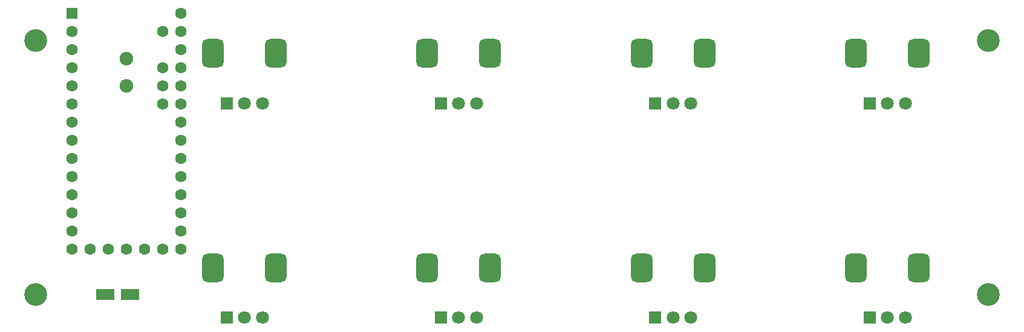
<source format=gbr>
%TF.GenerationSoftware,KiCad,Pcbnew,(6.0.10-0)*%
%TF.CreationDate,2023-01-22T14:07:56+10:30*%
%TF.ProjectId,16p,3136702e-6b69-4636-9164-5f7063625858,rev?*%
%TF.SameCoordinates,Original*%
%TF.FileFunction,Soldermask,Top*%
%TF.FilePolarity,Negative*%
%FSLAX46Y46*%
G04 Gerber Fmt 4.6, Leading zero omitted, Abs format (unit mm)*
G04 Created by KiCad (PCBNEW (6.0.10-0)) date 2023-01-22 14:07:56*
%MOMM*%
%LPD*%
G01*
G04 APERTURE LIST*
G04 Aperture macros list*
%AMRoundRect*
0 Rectangle with rounded corners*
0 $1 Rounding radius*
0 $2 $3 $4 $5 $6 $7 $8 $9 X,Y pos of 4 corners*
0 Add a 4 corners polygon primitive as box body*
4,1,4,$2,$3,$4,$5,$6,$7,$8,$9,$2,$3,0*
0 Add four circle primitives for the rounded corners*
1,1,$1+$1,$2,$3*
1,1,$1+$1,$4,$5*
1,1,$1+$1,$6,$7*
1,1,$1+$1,$8,$9*
0 Add four rect primitives between the rounded corners*
20,1,$1+$1,$2,$3,$4,$5,0*
20,1,$1+$1,$4,$5,$6,$7,0*
20,1,$1+$1,$6,$7,$8,$9,0*
20,1,$1+$1,$8,$9,$2,$3,0*%
G04 Aperture macros list end*
%ADD10R,1.800000X1.800000*%
%ADD11C,1.800000*%
%ADD12RoundRect,0.750000X0.750000X-1.250000X0.750000X1.250000X-0.750000X1.250000X-0.750000X-1.250000X0*%
%ADD13R,1.600000X1.600000*%
%ADD14C,1.600000*%
%ADD15C,1.900000*%
%ADD16C,3.200000*%
%ADD17R,2.500000X1.600000*%
G04 APERTURE END LIST*
D10*
%TO.C,RV13*%
X121774178Y-13851846D03*
D11*
X124274178Y-13851846D03*
X126774178Y-13851846D03*
D12*
X119874178Y-6851846D03*
X128674178Y-6851846D03*
%TD*%
D10*
%TO.C,RV14*%
X121774178Y-43851846D03*
D11*
X124274178Y-43851846D03*
X126774178Y-43851846D03*
D12*
X119874178Y-36851846D03*
X128674178Y-36851846D03*
%TD*%
D10*
%TO.C,RV9*%
X91774178Y-13851846D03*
D11*
X94274178Y-13851846D03*
X96774178Y-13851846D03*
D12*
X98674178Y-6851846D03*
X89874178Y-6851846D03*
%TD*%
D10*
%TO.C,RV2*%
X31774178Y-43851846D03*
D11*
X34274178Y-43851846D03*
X36774178Y-43851846D03*
D12*
X29874178Y-36851846D03*
X38674178Y-36851846D03*
%TD*%
D10*
%TO.C,RV6*%
X61774178Y-43851846D03*
D11*
X64274178Y-43851846D03*
X66774178Y-43851846D03*
D12*
X59874178Y-36851846D03*
X68674178Y-36851846D03*
%TD*%
D10*
%TO.C,RV5*%
X61774178Y-13851846D03*
D11*
X64274178Y-13851846D03*
X66774178Y-13851846D03*
D12*
X59874178Y-6851846D03*
X68674178Y-6851846D03*
%TD*%
D13*
%TO.C,U3*%
X10160000Y-1270000D03*
D14*
X10160000Y-3810000D03*
X10160000Y-6350000D03*
X10160000Y-8890000D03*
X10160000Y-11430000D03*
X10160000Y-13970000D03*
X10160000Y-16510000D03*
X10160000Y-19050000D03*
X10160000Y-21590000D03*
X10160000Y-24130000D03*
X10160000Y-26670000D03*
X10160000Y-29210000D03*
X10160000Y-31750000D03*
X10160000Y-34290000D03*
X12700000Y-34290000D03*
X15240000Y-34290000D03*
X17780000Y-34290000D03*
X20320000Y-34290000D03*
X22860000Y-34290000D03*
X25400000Y-34290000D03*
X25400000Y-31750000D03*
X25400000Y-29210000D03*
X25400000Y-26670000D03*
X25400000Y-24130000D03*
X25400000Y-21590000D03*
X25400000Y-19050000D03*
X25400000Y-16510000D03*
X25400000Y-13970000D03*
X25400000Y-11430000D03*
X25400000Y-8890000D03*
X25400000Y-6350000D03*
X25400000Y-3810000D03*
X25400000Y-1270000D03*
X22860000Y-3810000D03*
X22860000Y-8890000D03*
X22860000Y-11430000D03*
X22860000Y-13970000D03*
D15*
X17780000Y-11430000D03*
X17780000Y-7620000D03*
%TD*%
D16*
%TO.C,H4*%
X138430000Y-40640000D03*
%TD*%
D17*
%TO.C,C1*%
X14760000Y-40640000D03*
X18260000Y-40640000D03*
%TD*%
D16*
%TO.C,H3*%
X5080000Y-40640000D03*
%TD*%
%TO.C,H2*%
X138430000Y-5080000D03*
%TD*%
D10*
%TO.C,RV1*%
X31774178Y-13851846D03*
D11*
X34274178Y-13851846D03*
X36774178Y-13851846D03*
D12*
X29874178Y-6851846D03*
X38674178Y-6851846D03*
%TD*%
D16*
%TO.C,H1*%
X5080000Y-5080000D03*
%TD*%
D10*
%TO.C,RV10*%
X91774178Y-43851846D03*
D11*
X94274178Y-43851846D03*
X96774178Y-43851846D03*
D12*
X89874178Y-36851846D03*
X98674178Y-36851846D03*
%TD*%
M02*

</source>
